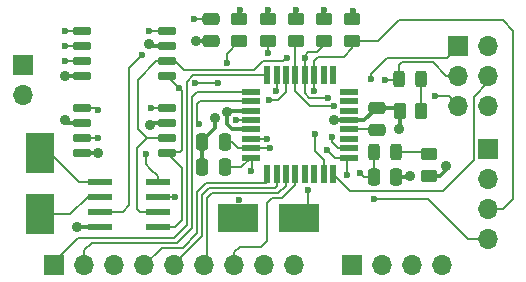
<source format=gtl>
%TF.GenerationSoftware,KiCad,Pcbnew,8.0.5*%
%TF.CreationDate,2024-12-04T08:56:06+06:00*%
%TF.ProjectId,MCU Datalogger,4d435520-4461-4746-916c-6f676765722e,rev?*%
%TF.SameCoordinates,Original*%
%TF.FileFunction,Copper,L1,Top*%
%TF.FilePolarity,Positive*%
%FSLAX46Y46*%
G04 Gerber Fmt 4.6, Leading zero omitted, Abs format (unit mm)*
G04 Created by KiCad (PCBNEW 8.0.5) date 2024-12-04 08:56:06*
%MOMM*%
%LPD*%
G01*
G04 APERTURE LIST*
G04 Aperture macros list*
%AMRoundRect*
0 Rectangle with rounded corners*
0 $1 Rounding radius*
0 $2 $3 $4 $5 $6 $7 $8 $9 X,Y pos of 4 corners*
0 Add a 4 corners polygon primitive as box body*
4,1,4,$2,$3,$4,$5,$6,$7,$8,$9,$2,$3,0*
0 Add four circle primitives for the rounded corners*
1,1,$1+$1,$2,$3*
1,1,$1+$1,$4,$5*
1,1,$1+$1,$6,$7*
1,1,$1+$1,$8,$9*
0 Add four rect primitives between the rounded corners*
20,1,$1+$1,$2,$3,$4,$5,0*
20,1,$1+$1,$4,$5,$6,$7,0*
20,1,$1+$1,$6,$7,$8,$9,0*
20,1,$1+$1,$8,$9,$2,$3,0*%
G04 Aperture macros list end*
%TA.AperFunction,SMDPad,CuDef*%
%ADD10RoundRect,0.150000X-0.650000X-0.150000X0.650000X-0.150000X0.650000X0.150000X-0.650000X0.150000X0*%
%TD*%
%TA.AperFunction,SMDPad,CuDef*%
%ADD11RoundRect,0.250000X-0.450000X0.262500X-0.450000X-0.262500X0.450000X-0.262500X0.450000X0.262500X0*%
%TD*%
%TA.AperFunction,SMDPad,CuDef*%
%ADD12RoundRect,0.068750X-0.666250X-0.206250X0.666250X-0.206250X0.666250X0.206250X-0.666250X0.206250X0*%
%TD*%
%TA.AperFunction,SMDPad,CuDef*%
%ADD13RoundRect,0.068750X-0.206250X-0.666250X0.206250X-0.666250X0.206250X0.666250X-0.206250X0.666250X0*%
%TD*%
%TA.AperFunction,ComponentPad*%
%ADD14R,1.700000X1.700000*%
%TD*%
%TA.AperFunction,ComponentPad*%
%ADD15O,1.700000X1.700000*%
%TD*%
%TA.AperFunction,SMDPad,CuDef*%
%ADD16RoundRect,0.073750X-0.911250X-0.221250X0.911250X-0.221250X0.911250X0.221250X-0.911250X0.221250X0*%
%TD*%
%TA.AperFunction,SMDPad,CuDef*%
%ADD17RoundRect,0.250000X-0.475000X0.250000X-0.475000X-0.250000X0.475000X-0.250000X0.475000X0.250000X0*%
%TD*%
%TA.AperFunction,SMDPad,CuDef*%
%ADD18R,3.500000X2.400000*%
%TD*%
%TA.AperFunction,SMDPad,CuDef*%
%ADD19RoundRect,0.250000X0.250000X0.475000X-0.250000X0.475000X-0.250000X-0.475000X0.250000X-0.475000X0*%
%TD*%
%TA.AperFunction,SMDPad,CuDef*%
%ADD20RoundRect,0.250000X-0.262500X-0.450000X0.262500X-0.450000X0.262500X0.450000X-0.262500X0.450000X0*%
%TD*%
%TA.AperFunction,SMDPad,CuDef*%
%ADD21RoundRect,0.243750X0.243750X0.456250X-0.243750X0.456250X-0.243750X-0.456250X0.243750X-0.456250X0*%
%TD*%
%TA.AperFunction,SMDPad,CuDef*%
%ADD22RoundRect,0.250000X-0.250000X-0.475000X0.250000X-0.475000X0.250000X0.475000X-0.250000X0.475000X0*%
%TD*%
%TA.AperFunction,SMDPad,CuDef*%
%ADD23R,2.400000X3.500000*%
%TD*%
%TA.AperFunction,ViaPad*%
%ADD24C,0.900000*%
%TD*%
%TA.AperFunction,ViaPad*%
%ADD25C,0.600000*%
%TD*%
%TA.AperFunction,Conductor*%
%ADD26C,0.200000*%
%TD*%
%TA.AperFunction,Conductor*%
%ADD27C,0.350000*%
%TD*%
G04 APERTURE END LIST*
D10*
%TO.P,U3,8,VCC*%
%TO.N,/VCC*%
X104750000Y-62595000D03*
%TO.P,U3,7,WP*%
%TO.N,GND*%
X104750000Y-63865000D03*
%TO.P,U3,6,SCL*%
%TO.N,/SCK*%
X104750000Y-65135000D03*
%TO.P,U3,5,SDA*%
%TO.N,/SDA*%
X104750000Y-66405000D03*
%TO.P,U3,4,GND*%
%TO.N,GND*%
X97550000Y-66405000D03*
%TO.P,U3,3,A2*%
%TO.N,/VCC*%
X97550000Y-65135000D03*
%TO.P,U3,2,A1*%
X97550000Y-63865000D03*
%TO.P,U3,1,A0*%
X97550000Y-62595000D03*
%TD*%
D11*
%TO.P,R6,1*%
%TO.N,/VCC*%
X118038000Y-61575000D03*
%TO.P,R6,2*%
%TO.N,/SCK*%
X118038000Y-63400000D03*
%TD*%
D12*
%TO.P,U2,1,PD3*%
%TO.N,/D3*%
X111830000Y-67700000D03*
%TO.P,U2,2,PD4*%
%TO.N,/D4*%
X111830000Y-68500000D03*
%TO.P,U2,3,GND*%
%TO.N,GND*%
X111830000Y-69300000D03*
%TO.P,U2,4,VCC*%
%TO.N,/VCC*%
X111830000Y-70100000D03*
%TO.P,U2,5,GND*%
%TO.N,GND*%
X111830000Y-70900000D03*
%TO.P,U2,6,VCC*%
%TO.N,/VCC*%
X111830000Y-71700000D03*
%TO.P,U2,7,PB6*%
%TO.N,Net-(U2-PB6)*%
X111830000Y-72500000D03*
%TO.P,U2,8,PB7*%
%TO.N,Net-(U2-PB7)*%
X111830000Y-73300000D03*
D13*
%TO.P,U2,9,PD5*%
%TO.N,/D5*%
X113200000Y-74670000D03*
%TO.P,U2,10,PD6*%
%TO.N,/D6*%
X114000000Y-74670000D03*
%TO.P,U2,11,PD7*%
%TO.N,/D7*%
X114800000Y-74670000D03*
%TO.P,U2,12,PB0*%
%TO.N,/D8*%
X115600000Y-74670000D03*
%TO.P,U2,13,PB1*%
%TO.N,unconnected-(U2-PB1-Pad13)*%
X116400000Y-74670000D03*
%TO.P,U2,14,PB2*%
%TO.N,unconnected-(U2-PB2-Pad14)*%
X117200000Y-74670000D03*
%TO.P,U2,15,PB3*%
%TO.N,/MOSI*%
X118000000Y-74670000D03*
%TO.P,U2,16,PB4*%
%TO.N,/MISO*%
X118800000Y-74670000D03*
D12*
%TO.P,U2,17,PB5*%
%TO.N,/SCK*%
X120170000Y-73300000D03*
%TO.P,U2,18,AVCC*%
%TO.N,/VCC*%
X120170000Y-72500000D03*
%TO.P,U2,19,ADC6*%
%TO.N,unconnected-(U2-ADC6-Pad19)*%
X120170000Y-71700000D03*
%TO.P,U2,20,AREF*%
%TO.N,Net-(U2-AREF)*%
X120170000Y-70900000D03*
%TO.P,U2,21,GND*%
%TO.N,GND*%
X120170000Y-70100000D03*
%TO.P,U2,22,ADC7*%
%TO.N,unconnected-(U2-ADC7-Pad22)*%
X120170000Y-69300000D03*
%TO.P,U2,23,PC0*%
%TO.N,unconnected-(U2-PC0-Pad23)*%
X120170000Y-68500000D03*
%TO.P,U2,24,PC1*%
%TO.N,unconnected-(U2-PC1-Pad24)*%
X120170000Y-67700000D03*
D13*
%TO.P,U2,25,PC2*%
%TO.N,unconnected-(U2-PC2-Pad25)*%
X118800000Y-66330000D03*
%TO.P,U2,26,PC3*%
%TO.N,unconnected-(U2-PC3-Pad26)*%
X118000000Y-66330000D03*
%TO.P,U2,27,PC4*%
%TO.N,/SDA*%
X117200000Y-66330000D03*
%TO.P,U2,28,PC5*%
%TO.N,/SCK*%
X116400000Y-66330000D03*
%TO.P,U2,29,PC6/~{RESET}*%
%TO.N,/RESET*%
X115600000Y-66330000D03*
%TO.P,U2,30,PD0*%
%TO.N,/RX*%
X114800000Y-66330000D03*
%TO.P,U2,31,PD1*%
%TO.N,/TX*%
X114000000Y-66330000D03*
%TO.P,U2,32,PD2*%
%TO.N,/D2*%
X113200000Y-66330000D03*
%TD*%
D11*
%TO.P,R2,1*%
%TO.N,/VCC*%
X110856000Y-61575000D03*
%TO.P,R2,2*%
%TO.N,Net-(U1-SQW{slash}~INT)*%
X110856000Y-63400000D03*
%TD*%
D14*
%TO.P,BT1,1,+*%
%TO.N,/VCC*%
X92500000Y-65460000D03*
D15*
%TO.P,BT1,2,-*%
%TO.N,GND*%
X92500000Y-68000000D03*
%TD*%
D11*
%TO.P,R1,1*%
%TO.N,/VCC*%
X113250000Y-61575000D03*
%TO.P,R1,2*%
%TO.N,Net-(U1-~{INTA})*%
X113250000Y-63400000D03*
%TD*%
D16*
%TO.P,U1,8,VCC*%
%TO.N,/VCC*%
X103975000Y-75345000D03*
%TO.P,U1,7,SQW/~INT*%
%TO.N,Net-(U1-SQW{slash}~INT)*%
X103975000Y-76615000D03*
%TO.P,U1,6,SCL*%
%TO.N,/SCK*%
X103975000Y-77885000D03*
%TO.P,U1,5,SDA*%
%TO.N,/SDA*%
X103975000Y-79155000D03*
%TO.P,U1,4,GND*%
%TO.N,GND*%
X99025000Y-79155000D03*
%TO.P,U1,3,~{INTA}*%
%TO.N,Net-(U1-~{INTA})*%
X99025000Y-77885000D03*
%TO.P,U1,2,X2*%
%TO.N,Net-(U1-X2)*%
X99025000Y-76615000D03*
%TO.P,U1,1,X1*%
%TO.N,Net-(U1-X1)*%
X99025000Y-75345000D03*
%TD*%
D11*
%TO.P,R5,1*%
%TO.N,/VCC*%
X115644000Y-61575000D03*
%TO.P,R5,2*%
%TO.N,/RESET*%
X115644000Y-63400000D03*
%TD*%
D17*
%TO.P,C1,1*%
%TO.N,/VCC*%
X108432000Y-61517500D03*
%TO.P,C1,2*%
%TO.N,GND*%
X108432000Y-63417500D03*
%TD*%
D14*
%TO.P,J3,1,Pin_1*%
%TO.N,/D2*%
X95180000Y-82400000D03*
D15*
%TO.P,J3,2,Pin_2*%
%TO.N,/D3*%
X97720000Y-82400000D03*
%TO.P,J3,3,Pin_3*%
%TO.N,/D4*%
X100260000Y-82400000D03*
%TO.P,J3,4,Pin_4*%
%TO.N,/D5*%
X102800000Y-82400000D03*
%TO.P,J3,5,Pin_5*%
%TO.N,/D6*%
X105340000Y-82400000D03*
%TO.P,J3,6,Pin_6*%
%TO.N,/D7*%
X107880000Y-82400000D03*
%TO.P,J3,7,Pin_7*%
%TO.N,/D8*%
X110420000Y-82400000D03*
%TO.P,J3,8,Pin_8*%
%TO.N,GND*%
X112960000Y-82400000D03*
%TO.P,J3,9,Pin_9*%
%TO.N,/VCC*%
X115500000Y-82400000D03*
%TD*%
D14*
%TO.P,J1,1,Pin_1*%
%TO.N,GND*%
X131940000Y-72540000D03*
D15*
%TO.P,J1,2,Pin_2*%
%TO.N,/VCC*%
X131940000Y-75080000D03*
%TO.P,J1,3,Pin_3*%
%TO.N,/SDA*%
X131940000Y-77620000D03*
%TO.P,J1,4,Pin_4*%
%TO.N,/SCK*%
X131940000Y-80160000D03*
%TD*%
D18*
%TO.P,Y2,1,1*%
%TO.N,Net-(U2-PB6)*%
X115925600Y-78384400D03*
%TO.P,Y2,2,2*%
%TO.N,Net-(U2-PB7)*%
X110725600Y-78384400D03*
%TD*%
D11*
%TO.P,R7,1*%
%TO.N,/VCC*%
X120432000Y-61575000D03*
%TO.P,R7,2*%
%TO.N,/SDA*%
X120432000Y-63400000D03*
%TD*%
D19*
%TO.P,C5,1*%
%TO.N,Net-(U2-PB7)*%
X109600000Y-74100000D03*
%TO.P,C5,2*%
%TO.N,GND*%
X107700000Y-74100000D03*
%TD*%
D20*
%TO.P,R3,1*%
%TO.N,GND*%
X124437500Y-69350000D03*
%TO.P,R3,2*%
%TO.N,Net-(D1-K)*%
X126262500Y-69350000D03*
%TD*%
D14*
%TO.P,J2,1,Pin_1*%
%TO.N,GND*%
X120410000Y-82400000D03*
D15*
%TO.P,J2,2,Pin_2*%
%TO.N,/VCC*%
X122950000Y-82400000D03*
%TO.P,J2,3,Pin_3*%
%TO.N,/RX*%
X125490000Y-82400000D03*
%TO.P,J2,4,Pin_4*%
%TO.N,/TX*%
X128030000Y-82400000D03*
%TD*%
D21*
%TO.P,D2,1,K*%
%TO.N,Net-(D2-K)*%
X124127500Y-72796400D03*
%TO.P,D2,2,A*%
%TO.N,/VCC*%
X122252500Y-72796400D03*
%TD*%
%TO.P,D1,1,K*%
%TO.N,Net-(D1-K)*%
X126250000Y-66600000D03*
%TO.P,D1,2,A*%
%TO.N,/SCK*%
X124375000Y-66600000D03*
%TD*%
D22*
%TO.P,C3,1*%
%TO.N,/VCC*%
X122225700Y-74896400D03*
%TO.P,C3,2*%
%TO.N,GND*%
X124125700Y-74896400D03*
%TD*%
D23*
%TO.P,Y1,1,1*%
%TO.N,Net-(U1-X1)*%
X94000000Y-72900000D03*
%TO.P,Y1,2,2*%
%TO.N,Net-(U1-X2)*%
X94000000Y-78100000D03*
%TD*%
D19*
%TO.P,C4,1*%
%TO.N,Net-(U2-PB6)*%
X109600000Y-72000000D03*
%TO.P,C4,2*%
%TO.N,GND*%
X107700000Y-72000000D03*
%TD*%
D11*
%TO.P,R4,1*%
%TO.N,Net-(D2-K)*%
X126949200Y-72987500D03*
%TO.P,R4,2*%
%TO.N,GND*%
X126949200Y-74812500D03*
%TD*%
D14*
%TO.P,J4,1,Pin_1*%
%TO.N,/MOSI*%
X129400000Y-63820000D03*
D15*
%TO.P,J4,2,Pin_2*%
%TO.N,GND*%
X131940000Y-63820000D03*
%TO.P,J4,3,Pin_3*%
%TO.N,/SCK*%
X129400000Y-66360000D03*
%TO.P,J4,4,Pin_4*%
%TO.N,/MISO*%
X131940000Y-66360000D03*
%TO.P,J4,5,Pin_5*%
%TO.N,/RESET*%
X129400000Y-68900000D03*
%TO.P,J4,6,Pin_6*%
%TO.N,GND*%
X131940000Y-68900000D03*
%TD*%
D10*
%TO.P,U4,1,A0*%
%TO.N,/VCC*%
X97550000Y-69095000D03*
%TO.P,U4,2,A1*%
%TO.N,GND*%
X97550000Y-70365000D03*
%TO.P,U4,3,A2*%
%TO.N,/VCC*%
X97550000Y-71635000D03*
%TO.P,U4,4,GND*%
%TO.N,GND*%
X97550000Y-72905000D03*
%TO.P,U4,5,SDA*%
%TO.N,/SDA*%
X104750000Y-72905000D03*
%TO.P,U4,6,SCL*%
%TO.N,/SCK*%
X104750000Y-71635000D03*
%TO.P,U4,7,WP*%
%TO.N,GND*%
X104750000Y-70365000D03*
%TO.P,U4,8,VCC*%
%TO.N,/VCC*%
X104750000Y-69095000D03*
%TD*%
D17*
%TO.P,C2,1*%
%TO.N,GND*%
X122475700Y-69046400D03*
%TO.P,C2,2*%
%TO.N,Net-(U2-AREF)*%
X122475700Y-70946400D03*
%TD*%
D24*
%TO.N,GND*%
X124409200Y-70866000D03*
X109829600Y-69392800D03*
D25*
%TO.N,/SDA*%
X117144800Y-67614800D03*
X109067600Y-67005200D03*
X107137200Y-67005200D03*
X105765600Y-67411600D03*
%TO.N,Net-(U1-SQW{slash}~INT)*%
X109778800Y-65278000D03*
X105410000Y-76606400D03*
D24*
%TO.N,GND*%
X108813600Y-69900800D03*
X97129600Y-79146400D03*
D25*
%TO.N,/VCC*%
X102971600Y-72948800D03*
D24*
%TO.N,GND*%
X98856800Y-72898000D03*
X96062800Y-70104000D03*
D25*
%TO.N,/VCC*%
X98856800Y-69240400D03*
X98856800Y-71628000D03*
X103378000Y-69088000D03*
D24*
%TO.N,GND*%
X103327200Y-70510400D03*
D25*
%TO.N,/VCC*%
X110540800Y-70104000D03*
X113182400Y-71678800D03*
X118668800Y-71577200D03*
D24*
%TO.N,GND*%
X118872000Y-70104000D03*
D25*
%TO.N,/VCC*%
X121107200Y-74625200D03*
D24*
%TO.N,GND*%
X125272800Y-74879200D03*
X128320800Y-73964800D03*
D25*
%TO.N,/VCC*%
X120446800Y-60858400D03*
X118008400Y-60807600D03*
X115671600Y-60807600D03*
X113284000Y-60807600D03*
X110896400Y-60807600D03*
X107035600Y-61518800D03*
D24*
%TO.N,GND*%
X107188000Y-63449200D03*
X103225600Y-63703200D03*
X96062800Y-66395600D03*
D25*
%TO.N,Net-(U2-PB6)*%
X116687600Y-75996800D03*
X113436400Y-72491600D03*
%TO.N,Net-(U2-PB7)*%
X110794800Y-76911200D03*
X111861600Y-74422000D03*
%TO.N,/VCC*%
X103225600Y-62585600D03*
X96062800Y-62585600D03*
X96062800Y-63855600D03*
X96062800Y-65125600D03*
%TO.N,/SCK*%
X122224800Y-76758800D03*
X119938800Y-74726800D03*
%TO.N,/MOSI*%
X117246400Y-71323200D03*
X122021600Y-66598800D03*
%TO.N,/RESET*%
X118872000Y-68884800D03*
X127406400Y-68072000D03*
%TO.N,Net-(U1-~{INTA})*%
X113284000Y-64465200D03*
X102616000Y-64617600D03*
%TO.N,/SCK*%
X116400000Y-64820800D03*
X114858800Y-64820800D03*
%TO.N,/RX*%
X113385600Y-68427600D03*
%TO.N,/TX*%
X113995200Y-67614800D03*
%TO.N,/SCK*%
X118364000Y-68224400D03*
X123190000Y-66700400D03*
X118262400Y-72644000D03*
%TO.N,/D4*%
X107442000Y-70459600D03*
%TD*%
D26*
%TO.N,/VCC*%
X122225700Y-72823200D02*
X122252500Y-72796400D01*
X122225700Y-74896400D02*
X122225700Y-72823200D01*
D27*
%TO.N,GND*%
X107700000Y-74100000D02*
X107700000Y-72000000D01*
X121422100Y-70100000D02*
X122475700Y-69046400D01*
X120170000Y-70100000D02*
X121422100Y-70100000D01*
X124133900Y-69046400D02*
X124437500Y-69350000D01*
X122475700Y-69046400D02*
X124133900Y-69046400D01*
X124437500Y-70837700D02*
X124409200Y-70866000D01*
X124437500Y-69350000D02*
X124437500Y-70837700D01*
X109922400Y-69300000D02*
X109829600Y-69392800D01*
X111830000Y-69300000D02*
X109922400Y-69300000D01*
X109778800Y-70408800D02*
X109778800Y-70256400D01*
X109778800Y-70256400D02*
X109778800Y-69443600D01*
X109982000Y-70612000D02*
X109778800Y-70408800D01*
X110270000Y-70900000D02*
X109982000Y-70612000D01*
X109778800Y-69443600D02*
X109829600Y-69392800D01*
X111830000Y-70900000D02*
X110270000Y-70900000D01*
D26*
%TO.N,/SDA*%
X117200000Y-67559600D02*
X117200000Y-66330000D01*
X117144800Y-67614800D02*
X117200000Y-67559600D01*
%TO.N,/SCK*%
X116400000Y-67835200D02*
X116400000Y-66330000D01*
X118364000Y-68224400D02*
X116789200Y-68224400D01*
X116789200Y-68224400D02*
X116400000Y-67835200D01*
%TO.N,/RESET*%
X115600000Y-67644800D02*
X115600000Y-66330000D01*
X116840000Y-68884800D02*
X115600000Y-67644800D01*
X118872000Y-68884800D02*
X116840000Y-68884800D01*
%TO.N,/SDA*%
X107137200Y-67005200D02*
X109067600Y-67005200D01*
%TO.N,/D2*%
X95180000Y-82162800D02*
X95180000Y-82400000D01*
X105308400Y-80111600D02*
X97231200Y-80111600D01*
X106426000Y-66852800D02*
X106426000Y-78994000D01*
X97231200Y-80111600D02*
X95180000Y-82162800D01*
X106948800Y-66330000D02*
X106426000Y-66852800D01*
X113200000Y-66330000D02*
X106948800Y-66330000D01*
X106426000Y-78994000D02*
X105308400Y-80111600D01*
%TO.N,Net-(U1-SQW{slash}~INT)*%
X109778800Y-64477200D02*
X110856000Y-63400000D01*
X109778800Y-65278000D02*
X109778800Y-64477200D01*
%TO.N,/SDA*%
X105968800Y-67614800D02*
X105765600Y-67411600D01*
X105968800Y-67623800D02*
X105968800Y-67614800D01*
%TO.N,/SCK*%
X114554000Y-65125600D02*
X114858800Y-64820800D01*
X112826800Y-65125600D02*
X114554000Y-65125600D01*
X112064800Y-65887600D02*
X112826800Y-65125600D01*
X106172000Y-65887600D02*
X112064800Y-65887600D01*
X105419400Y-65135000D02*
X106172000Y-65887600D01*
X104750000Y-65135000D02*
X105419400Y-65135000D01*
%TO.N,Net-(U1-SQW{slash}~INT)*%
X105401400Y-76615000D02*
X105410000Y-76606400D01*
X103975000Y-76615000D02*
X105401400Y-76615000D01*
D27*
%TO.N,GND*%
X108813600Y-70764400D02*
X108813600Y-69900800D01*
X108762800Y-70815200D02*
X108813600Y-70764400D01*
X107700000Y-72000000D02*
X107700000Y-71878000D01*
X107700000Y-71878000D02*
X108762800Y-70815200D01*
D26*
%TO.N,/SDA*%
X106019600Y-78536800D02*
X105401400Y-79155000D01*
X104750000Y-72905000D02*
X106019600Y-74174600D01*
X106019600Y-74174600D02*
X106019600Y-78536800D01*
X105401400Y-79155000D02*
X103975000Y-79155000D01*
D27*
%TO.N,GND*%
X97138200Y-79155000D02*
X97129600Y-79146400D01*
X99025000Y-79155000D02*
X97138200Y-79155000D01*
D26*
%TO.N,/VCC*%
X102971600Y-73863200D02*
X102971600Y-72948800D01*
X103327200Y-74218800D02*
X102971600Y-73863200D01*
X103975000Y-74866600D02*
X103327200Y-74218800D01*
X103975000Y-75345000D02*
X103975000Y-74866600D01*
D27*
%TO.N,GND*%
X98849800Y-72905000D02*
X98856800Y-72898000D01*
X97550000Y-72905000D02*
X98849800Y-72905000D01*
X96323800Y-70365000D02*
X96062800Y-70104000D01*
X97550000Y-70365000D02*
X96323800Y-70365000D01*
D26*
%TO.N,/VCC*%
X98711400Y-69095000D02*
X98856800Y-69240400D01*
X97550000Y-69095000D02*
X98711400Y-69095000D01*
X98849800Y-71635000D02*
X98856800Y-71628000D01*
X97550000Y-71635000D02*
X98849800Y-71635000D01*
X103385000Y-69095000D02*
X103378000Y-69088000D01*
X104750000Y-69095000D02*
X103385000Y-69095000D01*
D27*
%TO.N,GND*%
X103472600Y-70365000D02*
X103327200Y-70510400D01*
X104750000Y-70365000D02*
X103472600Y-70365000D01*
D26*
%TO.N,/SCK*%
X102209600Y-77622400D02*
X102209600Y-72440800D01*
X102209600Y-72440800D02*
X103015400Y-71635000D01*
X103015400Y-71635000D02*
X104750000Y-71635000D01*
X102463600Y-77876400D02*
X102209600Y-77622400D01*
X103966400Y-77876400D02*
X102463600Y-77876400D01*
X103975000Y-77885000D02*
X103966400Y-77876400D01*
X102260400Y-66700400D02*
X103825800Y-65135000D01*
X102260400Y-70866000D02*
X102260400Y-66700400D01*
X103029400Y-71635000D02*
X102260400Y-70866000D01*
X103825800Y-65135000D02*
X104750000Y-65135000D01*
X104750000Y-71635000D02*
X103029400Y-71635000D01*
%TO.N,/VCC*%
X110544800Y-70100000D02*
X110540800Y-70104000D01*
X111830000Y-70100000D02*
X110544800Y-70100000D01*
X113161200Y-71700000D02*
X113182400Y-71678800D01*
X111830000Y-71700000D02*
X113161200Y-71700000D01*
X119236000Y-72500000D02*
X118872000Y-72136000D01*
X118668800Y-71932800D02*
X118668800Y-71577200D01*
X118872000Y-72136000D02*
X118668800Y-71932800D01*
X120170000Y-72500000D02*
X119236000Y-72500000D01*
D27*
%TO.N,GND*%
X118876000Y-70100000D02*
X118872000Y-70104000D01*
X120170000Y-70100000D02*
X118876000Y-70100000D01*
D26*
%TO.N,/MOSI*%
X117246400Y-71323200D02*
X117246400Y-72694800D01*
X118000000Y-73448400D02*
X118000000Y-74670000D01*
X117246400Y-72694800D02*
X118000000Y-73448400D01*
%TO.N,/VCC*%
X121259600Y-74777600D02*
X121107200Y-74625200D01*
X121378400Y-74896400D02*
X121259600Y-74777600D01*
X122225700Y-74896400D02*
X121378400Y-74896400D01*
D27*
%TO.N,GND*%
X125255600Y-74896400D02*
X125272800Y-74879200D01*
X124125700Y-74896400D02*
X125255600Y-74896400D01*
X128320800Y-74371200D02*
X128320800Y-73964800D01*
X128117600Y-74574400D02*
X128320800Y-74371200D01*
X127879500Y-74812500D02*
X128117600Y-74574400D01*
X126770000Y-74812500D02*
X127879500Y-74812500D01*
D26*
%TO.N,/VCC*%
X120432000Y-60873200D02*
X120446800Y-60858400D01*
X120432000Y-61575000D02*
X120432000Y-60873200D01*
X118038000Y-60837200D02*
X118008400Y-60807600D01*
X118038000Y-61575000D02*
X118038000Y-60837200D01*
X115644000Y-60835200D02*
X115671600Y-60807600D01*
X115644000Y-61575000D02*
X115644000Y-60835200D01*
X113250000Y-60841600D02*
X113284000Y-60807600D01*
X113250000Y-61575000D02*
X113250000Y-60841600D01*
X110856000Y-60848000D02*
X110896400Y-60807600D01*
X110856000Y-61575000D02*
X110856000Y-60848000D01*
X107036900Y-61517500D02*
X107035600Y-61518800D01*
X108432000Y-61517500D02*
X107036900Y-61517500D01*
D27*
%TO.N,GND*%
X107219700Y-63417500D02*
X107188000Y-63449200D01*
X108432000Y-63417500D02*
X107219700Y-63417500D01*
X103387400Y-63865000D02*
X103225600Y-63703200D01*
X104750000Y-63865000D02*
X103387400Y-63865000D01*
X96072200Y-66405000D02*
X96062800Y-66395600D01*
X97550000Y-66405000D02*
X96072200Y-66405000D01*
D26*
%TO.N,Net-(U2-PB6)*%
X116687600Y-77622400D02*
X116687600Y-75996800D01*
X115925600Y-78384400D02*
X116687600Y-77622400D01*
X113428000Y-72500000D02*
X113436400Y-72491600D01*
X111830000Y-72500000D02*
X113428000Y-72500000D01*
X110752400Y-72500000D02*
X111830000Y-72500000D01*
X110252400Y-72000000D02*
X110752400Y-72500000D01*
X109600000Y-72000000D02*
X110252400Y-72000000D01*
%TO.N,/D8*%
X115600000Y-75611200D02*
X115600000Y-74670000D01*
X113639600Y-76708000D02*
X114503200Y-76708000D01*
X112725200Y-80822800D02*
X113182400Y-80365600D01*
X110896400Y-80822800D02*
X112725200Y-80822800D01*
X110420000Y-81299200D02*
X110896400Y-80822800D01*
X113182400Y-77165200D02*
X113639600Y-76708000D01*
X114503200Y-76708000D02*
X115600000Y-75611200D01*
X110420000Y-82400000D02*
X110420000Y-81299200D01*
X113182400Y-80365600D02*
X113182400Y-77165200D01*
%TO.N,Net-(U2-PB7)*%
X111963200Y-74218800D02*
X111963200Y-74320400D01*
X111963200Y-74320400D02*
X111861600Y-74422000D01*
X111963200Y-73433200D02*
X111963200Y-74218800D01*
X111830000Y-73300000D02*
X111963200Y-73433200D01*
X111030000Y-74100000D02*
X111830000Y-73300000D01*
X109600000Y-74100000D02*
X111030000Y-74100000D01*
%TO.N,/VCC*%
X103235000Y-62595000D02*
X103225600Y-62585600D01*
X104750000Y-62595000D02*
X103235000Y-62595000D01*
X96072200Y-62595000D02*
X96062800Y-62585600D01*
X97550000Y-62595000D02*
X96072200Y-62595000D01*
X96072200Y-63865000D02*
X96062800Y-63855600D01*
X97550000Y-63865000D02*
X96072200Y-63865000D01*
X96072200Y-65135000D02*
X96062800Y-65125600D01*
X97550000Y-65135000D02*
X96072200Y-65135000D01*
%TO.N,Net-(D2-K)*%
X126578900Y-72796400D02*
X126770000Y-72987500D01*
X124127500Y-72796400D02*
X126578900Y-72796400D01*
%TO.N,/SCK*%
X119938800Y-73531200D02*
X120170000Y-73300000D01*
X119938800Y-74726800D02*
X119938800Y-73531200D01*
X126796800Y-76758800D02*
X122224800Y-76758800D01*
X127152400Y-77114400D02*
X126796800Y-76758800D01*
X130198000Y-80160000D02*
X127152400Y-77114400D01*
X131940000Y-80160000D02*
X130198000Y-80160000D01*
%TO.N,/SDA*%
X122631200Y-63449200D02*
X120481200Y-63449200D01*
X120481200Y-63449200D02*
X120432000Y-63400000D01*
X124409200Y-61671200D02*
X122631200Y-63449200D01*
X134010400Y-62534800D02*
X133146800Y-61671200D01*
X133146800Y-61671200D02*
X124409200Y-61671200D01*
X133149200Y-77620000D02*
X134010400Y-76758800D01*
X134010400Y-76758800D02*
X134010400Y-62534800D01*
X131940000Y-77620000D02*
X133149200Y-77620000D01*
%TO.N,/MOSI*%
X122021600Y-66192400D02*
X122021600Y-66598800D01*
X123393200Y-64820800D02*
X122021600Y-66192400D01*
X128399200Y-64820800D02*
X123393200Y-64820800D01*
X129400000Y-63820000D02*
X128399200Y-64820800D01*
%TO.N,/SCK*%
X124409200Y-66565800D02*
X124375000Y-66600000D01*
X127254000Y-65227200D02*
X124612400Y-65227200D01*
X124612400Y-65227200D02*
X124409200Y-65430400D01*
X128386800Y-66360000D02*
X127254000Y-65227200D01*
X124409200Y-65430400D02*
X124409200Y-66565800D01*
X129400000Y-66360000D02*
X128386800Y-66360000D01*
X118918400Y-73300000D02*
X120170000Y-73300000D01*
X118262400Y-72644000D02*
X118918400Y-73300000D01*
%TO.N,/RESET*%
X128572000Y-68072000D02*
X127406400Y-68072000D01*
X129400000Y-68900000D02*
X128572000Y-68072000D01*
%TO.N,/MISO*%
X131940000Y-66891200D02*
X131940000Y-66360000D01*
X130708400Y-73456800D02*
X130708400Y-68122800D01*
X128066800Y-76098400D02*
X130708400Y-73456800D01*
X120228400Y-76098400D02*
X128066800Y-76098400D01*
X118800000Y-74670000D02*
X120228400Y-76098400D01*
X130708400Y-68122800D02*
X131940000Y-66891200D01*
%TO.N,Net-(U2-AREF)*%
X122429300Y-70900000D02*
X122475700Y-70946400D01*
X120170000Y-70900000D02*
X122429300Y-70900000D01*
%TO.N,Net-(U1-~{INTA})*%
X113284000Y-63434000D02*
X113250000Y-63400000D01*
X113284000Y-64465200D02*
X113284000Y-63434000D01*
X100981800Y-77885000D02*
X101549200Y-77317600D01*
X99025000Y-77885000D02*
X100981800Y-77885000D01*
X101549200Y-77317600D02*
X101549200Y-65684400D01*
X101549200Y-65684400D02*
X102616000Y-64617600D01*
%TO.N,Net-(U1-X1)*%
X97239800Y-75345000D02*
X94794800Y-72900000D01*
X94794800Y-72900000D02*
X94000000Y-72900000D01*
X99025000Y-75345000D02*
X97239800Y-75345000D01*
%TO.N,Net-(U1-X2)*%
X98035400Y-76615000D02*
X96550400Y-78100000D01*
X96550400Y-78100000D02*
X94000000Y-78100000D01*
X99025000Y-76615000D02*
X98035400Y-76615000D01*
%TO.N,/SCK*%
X116400000Y-66330000D02*
X116400000Y-64820800D01*
X116400000Y-64820800D02*
X116400000Y-64651200D01*
%TO.N,/SDA*%
X105816400Y-72796400D02*
X104858600Y-72796400D01*
X105968800Y-72644000D02*
X105816400Y-72796400D01*
X105968800Y-67623800D02*
X105968800Y-72644000D01*
X104750000Y-66405000D02*
X105968800Y-67623800D01*
X104858600Y-72796400D02*
X104750000Y-72905000D01*
%TO.N,/RX*%
X114096800Y-68427600D02*
X113385600Y-68427600D01*
X114800000Y-67724400D02*
X114096800Y-68427600D01*
X114800000Y-66330000D02*
X114800000Y-67724400D01*
%TO.N,/TX*%
X114000000Y-67610000D02*
X113995200Y-67614800D01*
X114000000Y-66330000D02*
X114000000Y-67610000D01*
%TO.N,/SCK*%
X123190000Y-66700400D02*
X124274600Y-66700400D01*
X124274600Y-66700400D02*
X124375000Y-66600000D01*
%TO.N,/SDA*%
X120432000Y-64022800D02*
X120432000Y-63400000D01*
X117500400Y-64770000D02*
X119684800Y-64770000D01*
X119684800Y-64770000D02*
X120432000Y-64022800D01*
X117200000Y-65070400D02*
X117500400Y-64770000D01*
X117200000Y-66330000D02*
X117200000Y-65070400D01*
%TO.N,/SCK*%
X117449600Y-64363600D02*
X118038000Y-63775200D01*
X116687600Y-64363600D02*
X117449600Y-64363600D01*
X118038000Y-63775200D02*
X118038000Y-63400000D01*
X116400000Y-64651200D02*
X116687600Y-64363600D01*
%TO.N,/RESET*%
X115600000Y-63444000D02*
X115644000Y-63400000D01*
X115600000Y-66330000D02*
X115600000Y-63444000D01*
%TO.N,Net-(D1-K)*%
X126262500Y-66612500D02*
X126250000Y-66600000D01*
X126262500Y-69350000D02*
X126262500Y-66612500D01*
%TO.N,/D7*%
X114147600Y-76301600D02*
X114800000Y-75649200D01*
X114800000Y-75649200D02*
X114800000Y-74670000D01*
X108102400Y-82177600D02*
X108102400Y-76708000D01*
X108102400Y-76708000D02*
X108508800Y-76301600D01*
X107880000Y-82400000D02*
X108102400Y-82177600D01*
X108508800Y-76301600D02*
X114147600Y-76301600D01*
%TO.N,/D6*%
X108305600Y-75844400D02*
X113842800Y-75844400D01*
X107696000Y-76454000D02*
X108305600Y-75844400D01*
X114000000Y-75687200D02*
X114000000Y-74670000D01*
X107696000Y-79959200D02*
X107696000Y-76454000D01*
X113842800Y-75844400D02*
X114000000Y-75687200D01*
X105340000Y-82400000D02*
X105340000Y-82315200D01*
X105340000Y-82315200D02*
X107696000Y-79959200D01*
%TO.N,/D4*%
X107238800Y-70256400D02*
X107442000Y-70459600D01*
X107238800Y-68783200D02*
X107238800Y-70256400D01*
X107522000Y-68500000D02*
X107238800Y-68783200D01*
X111830000Y-68500000D02*
X107522000Y-68500000D01*
%TO.N,/D3*%
X97739200Y-82380800D02*
X97720000Y-82400000D01*
X97739200Y-81127600D02*
X97739200Y-82380800D01*
X98348800Y-80518000D02*
X97739200Y-81127600D01*
X105562400Y-80518000D02*
X98348800Y-80518000D01*
X106832400Y-79248000D02*
X105562400Y-80518000D01*
X106826000Y-79241600D02*
X106832400Y-79248000D01*
X107306000Y-67700000D02*
X106826000Y-68180000D01*
X106826000Y-68180000D02*
X106826000Y-79241600D01*
X111830000Y-67700000D02*
X107306000Y-67700000D01*
%TO.N,/D5*%
X107289600Y-79705200D02*
X107289600Y-76200000D01*
X107289600Y-76200000D02*
X108051600Y-75438000D01*
X108051600Y-75438000D02*
X113116000Y-75438000D01*
X106070400Y-80924400D02*
X107289600Y-79705200D01*
X104275600Y-80924400D02*
X106070400Y-80924400D01*
X102800000Y-82400000D02*
X104275600Y-80924400D01*
X113116000Y-75438000D02*
X113116000Y-74754000D01*
X113116000Y-74754000D02*
X113200000Y-74670000D01*
%TD*%
M02*

</source>
